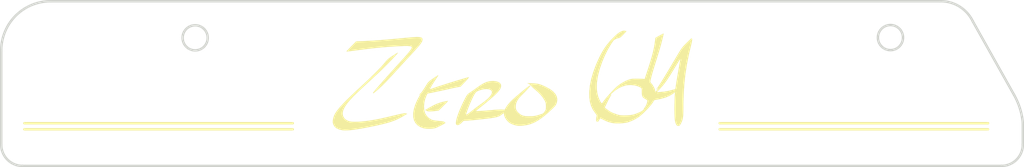
<source format=kicad_pcb>
(kicad_pcb (version 20171130) (host pcbnew 5.0.1)

  (general
    (thickness 1.6)
    (drawings 16)
    (tracks 0)
    (zones 0)
    (modules 1)
    (nets 1)
  )

  (page A3)
  (layers
    (0 F.Cu signal)
    (31 B.Cu signal)
    (32 B.Adhes user)
    (33 F.Adhes user)
    (34 B.Paste user)
    (35 F.Paste user)
    (36 B.SilkS user)
    (37 F.SilkS user)
    (38 B.Mask user)
    (39 F.Mask user)
    (40 Dwgs.User user)
    (41 Cmts.User user)
    (42 Eco1.User user)
    (43 Eco2.User user)
    (44 Edge.Cuts user)
    (45 Margin user)
    (46 B.CrtYd user)
    (47 F.CrtYd user)
    (48 B.Fab user)
    (49 F.Fab user)
  )

  (setup
    (last_trace_width 0.25)
    (trace_clearance 0.2)
    (zone_clearance 0.508)
    (zone_45_only no)
    (trace_min 0.2)
    (segment_width 0.2)
    (edge_width 0.2)
    (via_size 0.8)
    (via_drill 0.4)
    (via_min_size 0.4)
    (via_min_drill 0.3)
    (uvia_size 0.3)
    (uvia_drill 0.1)
    (uvias_allowed no)
    (uvia_min_size 0.2)
    (uvia_min_drill 0.1)
    (pcb_text_width 0.3)
    (pcb_text_size 1.5 1.5)
    (mod_edge_width 0.15)
    (mod_text_size 1 1)
    (mod_text_width 0.15)
    (pad_size 1.524 1.524)
    (pad_drill 0.762)
    (pad_to_mask_clearance 0.051)
    (solder_mask_min_width 0.25)
    (aux_axis_origin 0 0)
    (visible_elements FFFDF7FF)
    (pcbplotparams
      (layerselection 0x010fc_ffffffff)
      (usegerberextensions true)
      (usegerberattributes false)
      (usegerberadvancedattributes false)
      (creategerberjobfile false)
      (excludeedgelayer false)
      (linewidth 0.100000)
      (plotframeref false)
      (viasonmask false)
      (mode 1)
      (useauxorigin false)
      (hpglpennumber 1)
      (hpglpenspeed 20)
      (hpglpendiameter 15.000000)
      (psnegative false)
      (psa4output false)
      (plotreference true)
      (plotvalue true)
      (plotinvisibletext false)
      (padsonsilk false)
      (subtractmaskfromsilk false)
      (outputformat 1)
      (mirror false)
      (drillshape 0)
      (scaleselection 1)
      (outputdirectory "../Photos/Profiled Case/"))
  )

  (net 0 "")

  (net_class Default "This is the default net class."
    (clearance 0.2)
    (trace_width 0.25)
    (via_dia 0.8)
    (via_drill 0.4)
    (uvia_dia 0.3)
    (uvia_drill 0.1)
  )

  (module logos:zero64_small (layer F.Cu) (tedit 0) (tstamp 5C612406)
    (at 118 76)
    (fp_text reference G*** (at 0 0) (layer F.SilkS) hide
      (effects (font (size 1.524 1.524) (thickness 0.3)))
    )
    (fp_text value LOGO (at 0.75 0) (layer F.SilkS) hide
      (effects (font (size 1.524 1.524) (thickness 0.3)))
    )
    (fp_poly (pts (xy -7.647102 -3.563575) (xy -7.502363 -3.537106) (xy -7.410228 -3.487743) (xy -7.36653 -3.41408)
      (xy -7.367101 -3.31471) (xy -7.369465 -3.303156) (xy -7.389209 -3.236683) (xy -7.422748 -3.163263)
      (xy -7.474179 -3.077788) (xy -7.547596 -2.975148) (xy -7.647094 -2.850234) (xy -7.776768 -2.697938)
      (xy -7.940714 -2.513149) (xy -8.143027 -2.290759) (xy -8.387803 -2.025659) (xy -8.42908 -1.9812)
      (xy -8.631065 -1.76311) (xy -8.854595 -1.520645) (xy -9.083915 -1.270966) (xy -9.303274 -1.031234)
      (xy -9.496917 -0.818611) (xy -9.548252 -0.762) (xy -9.891657 -0.386474) (xy -10.196921 -0.060582)
      (xy -10.46767 0.219363) (xy -10.707531 0.457047) (xy -10.920131 0.656159) (xy -11.084152 0.799544)
      (xy -11.203061 0.898479) (xy -11.302227 0.978958) (xy -11.370759 1.032278) (xy -11.397418 1.049867)
      (xy -11.411806 1.022853) (xy -11.412761 1.007534) (xy -11.390583 0.971677) (xy -11.327104 0.890693)
      (xy -11.226655 0.769509) (xy -11.09357 0.613054) (xy -10.932178 0.426254) (xy -10.746814 0.214036)
      (xy -10.541808 -0.018671) (xy -10.321492 -0.26694) (xy -10.090199 -0.525845) (xy -9.852259 -0.790457)
      (xy -9.612006 -1.055849) (xy -9.37377 -1.317094) (xy -9.261626 -1.439333) (xy -9.001681 -1.723644)
      (xy -8.785791 -1.963587) (xy -8.610735 -2.163303) (xy -8.473295 -2.32693) (xy -8.370249 -2.458609)
      (xy -8.29838 -2.562479) (xy -8.254466 -2.64268) (xy -8.235287 -2.703352) (xy -8.237625 -2.748634)
      (xy -8.239362 -2.753659) (xy -8.273759 -2.787784) (xy -8.350123 -2.812408) (xy -8.473062 -2.827781)
      (xy -8.647183 -2.83415) (xy -8.877096 -2.831765) (xy -9.167408 -2.820874) (xy -9.331401 -2.8126)
      (xy -9.786359 -2.786108) (xy -10.217312 -2.756429) (xy -10.637992 -2.72221) (xy -11.062132 -2.6821)
      (xy -11.503466 -2.634743) (xy -11.975727 -2.578789) (xy -12.492648 -2.512885) (xy -12.830284 -2.467958)
      (xy -13.04834 -2.439103) (xy -13.242788 -2.414398) (xy -13.403986 -2.394983) (xy -13.52229 -2.382)
      (xy -13.588059 -2.376588) (xy -13.598265 -2.377109) (xy -13.579487 -2.40363) (xy -13.520455 -2.470113)
      (xy -13.428672 -2.568487) (xy -13.31164 -2.690681) (xy -13.207098 -2.797902) (xy -12.804769 -3.207533)
      (xy -12.202051 -3.230805) (xy -11.787728 -3.249989) (xy -11.332784 -3.277255) (xy -10.831233 -3.313042)
      (xy -10.277089 -3.35779) (xy -9.664368 -3.411937) (xy -9.397999 -3.436659) (xy -9.133256 -3.461367)
      (xy -8.865715 -3.486035) (xy -8.610561 -3.509284) (xy -8.382976 -3.529738) (xy -8.198145 -3.546016)
      (xy -8.111066 -3.55346) (xy -7.848614 -3.568557) (xy -7.647102 -3.563575)) (layer F.SilkS) (width 0.01))
    (fp_poly (pts (xy -5.29044 1.679937) (xy -5.296713 1.703654) (xy -5.333545 1.751332) (xy -5.405599 1.829255)
      (xy -5.517535 1.943708) (xy -5.633906 2.060753) (xy -6.035413 2.463516) (xy -6.37172 2.501758)
      (xy -6.577708 2.523157) (xy -6.730481 2.533032) (xy -6.843666 2.5308) (xy -6.930892 2.515876)
      (xy -7.005788 2.487675) (xy -7.033817 2.473375) (xy -7.141902 2.41505) (xy -6.734459 2.184357)
      (xy -6.449562 2.030682) (xy -6.194365 1.912095) (xy -5.946456 1.820414) (xy -5.683426 1.747456)
      (xy -5.382862 1.68504) (xy -5.350933 1.679252) (xy -5.310067 1.673898) (xy -5.29044 1.679937)) (layer F.SilkS) (width 0.01))
    (fp_poly (pts (xy 9.249272 -4.072525) (xy 9.355819 -4.044915) (xy 9.093992 -3.766591) (xy 8.966044 -3.635131)
      (xy 8.871239 -3.549615) (xy 8.800611 -3.502934) (xy 8.745193 -3.487979) (xy 8.742549 -3.487936)
      (xy 8.661099 -3.473525) (xy 8.550464 -3.437007) (xy 8.481551 -3.4078) (xy 8.399573 -3.3648)
      (xy 8.331435 -3.313683) (xy 8.264645 -3.241266) (xy 8.18671 -3.13437) (xy 8.104729 -3.010198)
      (xy 7.83165 -2.54753) (xy 7.580831 -2.043409) (xy 7.359713 -1.516227) (xy 7.175735 -0.984373)
      (xy 7.036336 -0.466239) (xy 6.994496 -0.265738) (xy 6.932797 0.178158) (xy 6.920111 0.595518)
      (xy 6.956006 0.980429) (xy 7.040052 1.326978) (xy 7.126034 1.540934) (xy 7.204515 1.702339)
      (xy 7.262082 1.80685) (xy 7.307312 1.858551) (xy 7.348783 1.861522) (xy 7.395074 1.819847)
      (xy 7.454762 1.737607) (xy 7.475477 1.707231) (xy 7.562954 1.590014) (xy 7.687765 1.43775)
      (xy 7.838789 1.262717) (xy 8.004904 1.077194) (xy 8.174986 0.893461) (xy 8.337915 0.723794)
      (xy 8.482568 0.580475) (xy 8.566048 0.503241) (xy 8.774867 0.33903) (xy 9.017498 0.181617)
      (xy 9.270202 0.044768) (xy 9.509239 -0.057751) (xy 9.567334 -0.077436) (xy 9.686357 -0.11112)
      (xy 9.800996 -0.132734) (xy 9.931073 -0.144379) (xy 10.096414 -0.148156) (xy 10.227734 -0.147441)
      (xy 10.400015 -0.14457) (xy 10.556072 -0.140419) (xy 10.67873 -0.135545) (xy 10.750772 -0.130508)
      (xy 10.850477 -0.118533) (xy 11.129551 -0.9652) (xy 11.30108 -1.503363) (xy 11.441585 -1.983192)
      (xy 11.551492 -2.406344) (xy 11.631226 -2.774473) (xy 11.681213 -3.089237) (xy 11.686157 -3.131818)
      (xy 11.703441 -3.277208) (xy 11.720127 -3.397058) (xy 11.733879 -3.47555) (xy 11.740104 -3.496847)
      (xy 11.773582 -3.520169) (xy 11.852901 -3.566398) (xy 11.96355 -3.627696) (xy 12.091016 -3.696223)
      (xy 12.220787 -3.764142) (xy 12.338351 -3.823614) (xy 12.401555 -3.854125) (xy 12.401009 -3.826735)
      (xy 12.385281 -3.74399) (xy 12.356622 -3.615986) (xy 12.317284 -3.452817) (xy 12.273183 -3.278718)
      (xy 12.223004 -3.086761) (xy 12.174505 -2.906318) (xy 12.124767 -2.727537) (xy 12.070873 -2.540568)
      (xy 12.009905 -2.335558) (xy 11.938945 -2.102655) (xy 11.855075 -1.832008) (xy 11.755378 -1.513765)
      (xy 11.673243 -1.253066) (xy 11.589631 -0.982506) (xy 11.512549 -0.722348) (xy 11.444471 -0.481802)
      (xy 11.38787 -0.270081) (xy 11.345221 -0.096393) (xy 11.318997 0.030048) (xy 11.311467 0.094022)
      (xy 11.335329 0.16501) (xy 11.378814 0.219783) (xy 11.477206 0.333743) (xy 11.573824 0.487267)
      (xy 11.653394 0.653545) (xy 11.692859 0.771124) (xy 11.737959 0.947352) (xy 11.86338 0.779356)
      (xy 11.944438 0.665958) (xy 11.980754 0.602935) (xy 11.972329 0.59042) (xy 11.919165 0.628544)
      (xy 11.862122 0.679157) (xy 11.80552 0.728374) (xy 11.788516 0.736443) (xy 11.806979 0.7112)
      (xy 11.86642 0.636784) (xy 11.936407 0.541098) (xy 12.019243 0.420429) (xy 12.11723 0.271063)
      (xy 12.232671 0.089286) (xy 12.367868 -0.128617) (xy 12.525123 -0.38636) (xy 12.70674 -0.687655)
      (xy 12.91502 -1.036219) (xy 13.152267 -1.435764) (xy 13.420781 -1.890004) (xy 13.444616 -1.9304)
      (xy 13.583234 -2.164527) (xy 13.695269 -2.350328) (xy 13.788169 -2.498041) (xy 13.869383 -2.617904)
      (xy 13.946358 -2.720154) (xy 14.026542 -2.815029) (xy 14.117383 -2.912767) (xy 14.22633 -3.023607)
      (xy 14.276141 -3.0734) (xy 14.407938 -3.20289) (xy 14.524293 -3.313508) (xy 14.616339 -3.397117)
      (xy 14.675213 -3.445576) (xy 14.691112 -3.4544) (xy 14.729739 -3.425968) (xy 14.739806 -3.339836)
      (xy 14.721276 -3.194751) (xy 14.678501 -3.006413) (xy 14.471789 -2.139871) (xy 14.30692 -1.307369)
      (xy 14.181669 -0.491507) (xy 14.093812 0.325113) (xy 14.041127 1.15989) (xy 14.021388 2.030223)
      (xy 14.021128 2.136419) (xy 14.019449 2.438126) (xy 14.013743 2.682589) (xy 14.002578 2.880246)
      (xy 13.984521 3.041538) (xy 13.958139 3.176903) (xy 13.922 3.29678) (xy 13.874671 3.411609)
      (xy 13.834979 3.492889) (xy 13.772404 3.60817) (xy 13.723309 3.675116) (xy 13.674443 3.707628)
      (xy 13.619521 3.718955) (xy 13.541601 3.715642) (xy 13.486027 3.675468) (xy 13.446661 3.618212)
      (xy 13.400357 3.529434) (xy 13.36397 3.426994) (xy 13.336436 3.302105) (xy 13.316689 3.145978)
      (xy 13.303663 2.949826) (xy 13.296296 2.704859) (xy 13.293521 2.40229) (xy 13.293437 2.353734)
      (xy 13.294343 2.10793) (xy 13.297313 1.864038) (xy 13.302009 1.637301) (xy 13.308093 1.442962)
      (xy 13.315227 1.296264) (xy 13.31766 1.262068) (xy 13.342653 0.949336) (xy 13.185166 1.069548)
      (xy 12.898614 1.249098) (xy 12.553378 1.395063) (xy 12.149391 1.507469) (xy 11.877139 1.559077)
      (xy 11.743733 1.582246) (xy 11.661094 1.604235) (xy 11.612876 1.633) (xy 11.582733 1.676497)
      (xy 11.567937 1.709578) (xy 11.510136 1.810669) (xy 11.410203 1.946166) (xy 11.277297 2.106238)
      (xy 11.120579 2.281056) (xy 10.949209 2.46079) (xy 10.772349 2.635609) (xy 10.599158 2.795683)
      (xy 10.438797 2.931182) (xy 10.404811 2.957746) (xy 10.201185 3.094413) (xy 9.957738 3.227331)
      (xy 9.701694 3.343107) (xy 9.460274 3.428351) (xy 9.431867 3.43636) (xy 9.315418 3.460097)
      (xy 9.153715 3.482473) (xy 8.969227 3.500794) (xy 8.805237 3.511454) (xy 8.476495 3.512771)
      (xy 8.185587 3.480297) (xy 7.909065 3.409097) (xy 7.623484 3.294234) (xy 7.508277 3.238396)
      (xy 7.210287 3.088326) (xy 7.120219 3.22903) (xy 7.066759 3.312567) (xy 7.030773 3.36884)
      (xy 7.022828 3.381292) (xy 6.989374 3.381692) (xy 6.945219 3.370544) (xy 6.898651 3.34135)
      (xy 6.878269 3.27996) (xy 6.874934 3.206361) (xy 6.883132 3.083476) (xy 6.903256 2.966773)
      (xy 6.907154 2.952143) (xy 6.920622 2.888133) (xy 6.913056 2.833202) (xy 6.876926 2.768336)
      (xy 6.804707 2.674518) (xy 6.79018 2.656631) (xy 6.600317 2.383717) (xy 6.520533 2.216302)
      (xy 7.577556 2.216302) (xy 7.708845 2.330155) (xy 7.963767 2.51394) (xy 8.26857 2.670221)
      (xy 8.60857 2.791976) (xy 8.754534 2.830238) (xy 8.919539 2.85471) (xy 9.128992 2.864881)
      (xy 9.361289 2.861452) (xy 9.594826 2.845121) (xy 9.808 2.816585) (xy 9.922934 2.792451)
      (xy 10.075986 2.746484) (xy 10.239198 2.685284) (xy 10.400049 2.615081) (xy 10.546021 2.542106)
      (xy 10.664594 2.472589) (xy 10.743249 2.412762) (xy 10.769601 2.37109) (xy 10.791 2.306935)
      (xy 10.844957 2.222081) (xy 10.874076 2.1863) (xy 10.947246 2.074154) (xy 11.012577 1.925065)
      (xy 11.058592 1.769725) (xy 11.073999 1.651653) (xy 11.043032 1.598209) (xy 10.955982 1.537122)
      (xy 10.915539 1.516187) (xy 10.787075 1.443875) (xy 10.700768 1.364138) (xy 10.648861 1.261985)
      (xy 10.623594 1.122428) (xy 10.617823 0.957515) (xy 11.8364 0.957515) (xy 12.192 0.937789)
      (xy 12.49838 0.905864) (xy 12.82708 0.845361) (xy 12.949522 0.816288) (xy 13.104428 0.776467)
      (xy 13.23322 0.74223) (xy 13.322922 0.717107) (xy 13.360558 0.704629) (xy 13.36085 0.704389)
      (xy 13.36908 0.668889) (xy 13.384416 0.579941) (xy 13.404627 0.451187) (xy 13.426255 0.3048)
      (xy 13.448672 0.157949) (xy 13.480822 -0.040256) (xy 13.520128 -0.274562) (xy 13.564013 -0.529718)
      (xy 13.6099 -0.790471) (xy 13.634399 -0.927105) (xy 13.675386 -1.156861) (xy 13.711302 -1.363643)
      (xy 13.74066 -1.538425) (xy 13.76197 -1.672181) (xy 13.773745 -1.755884) (xy 13.775195 -1.780894)
      (xy 13.755142 -1.756818) (xy 13.70576 -1.683054) (xy 13.632432 -1.568073) (xy 13.540545 -1.420347)
      (xy 13.435483 -1.248348) (xy 13.411919 -1.209389) (xy 13.204376 -0.867407) (xy 13.025156 -0.576658)
      (xy 12.868945 -0.329585) (xy 12.730428 -0.11863) (xy 12.604292 0.063765) (xy 12.485223 0.225157)
      (xy 12.367907 0.373104) (xy 12.247028 0.515165) (xy 12.117274 0.658895) (xy 12.040364 0.741224)
      (xy 11.8364 0.957515) (xy 10.617823 0.957515) (xy 10.617201 0.939744) (xy 10.616409 0.794006)
      (xy 10.611177 0.700401) (xy 10.597216 0.643328) (xy 10.570239 0.607188) (xy 10.525959 0.57638)
      (xy 10.515601 0.570063) (xy 10.29156 0.466413) (xy 10.028126 0.397407) (xy 9.74564 0.365756)
      (xy 9.464441 0.374171) (xy 9.279467 0.405303) (xy 8.9715 0.50659) (xy 8.661769 0.660815)
      (xy 8.369645 0.856565) (xy 8.114497 1.082427) (xy 8.094134 1.10371) (xy 8.02016 1.184974)
      (xy 7.993113 1.223016) (xy 8.010956 1.221417) (xy 8.035148 1.207447) (xy 8.128561 1.149538)
      (xy 8.026127 1.316015) (xy 7.96938 1.415694) (xy 7.895084 1.556621) (xy 7.813767 1.718409)
      (xy 7.750624 1.849397) (xy 7.577556 2.216302) (xy 6.520533 2.216302) (xy 6.459261 2.087735)
      (xy 6.364872 1.76101) (xy 6.315008 1.395868) (xy 6.307527 0.984635) (xy 6.309328 0.933027)
      (xy 6.357882 0.431424) (xy 6.464608 -0.103171) (xy 6.629191 -0.669586) (xy 6.851316 -1.266652)
      (xy 6.988154 -1.585936) (xy 7.176054 -1.985955) (xy 7.360891 -2.333954) (xy 7.552089 -2.644483)
      (xy 7.759068 -2.932096) (xy 7.991252 -3.211343) (xy 8.15878 -3.393816) (xy 8.403538 -3.63987)
      (xy 8.618436 -3.829499) (xy 8.807265 -3.965061) (xy 8.973813 -4.048915) (xy 9.12187 -4.083418)
      (xy 9.249272 -4.072525)) (layer F.SilkS) (width 0.01))
    (fp_poly (pts (xy -1.526877 0.041054) (xy -1.294149 0.073123) (xy -1.115254 0.137094) (xy -0.992413 0.230703)
      (xy -0.927844 0.351684) (xy -0.923768 0.497773) (xy -0.960344 0.619155) (xy -1.014864 0.722081)
      (xy -1.09915 0.839558) (xy -1.216636 0.974847) (xy -1.370757 1.131209) (xy -1.56495 1.311903)
      (xy -1.802649 1.520191) (xy -2.08729 1.759332) (xy -2.422309 2.032588) (xy -2.599266 2.174625)
      (xy -2.734741 2.284125) (xy -2.848987 2.37881) (xy -2.932596 2.450699) (xy -2.97616 2.49181)
      (xy -2.980266 2.497832) (xy -2.948104 2.504655) (xy -2.857823 2.505598) (xy -2.718732 2.501204)
      (xy -2.54014 2.492017) (xy -2.331358 2.478582) (xy -2.101693 2.461443) (xy -1.860455 2.441144)
      (xy -1.616953 2.418229) (xy -1.614368 2.417972) (xy -1.408749 2.399857) (xy -1.207846 2.38638)
      (xy -1.029673 2.378458) (xy -0.892241 2.377011) (xy -0.846576 2.378847) (xy -0.626352 2.394291)
      (xy -0.514934 2.203538) (xy -0.424139 2.062355) (xy -0.313435 1.918626) (xy -0.176268 1.765647)
      (xy -0.006082 1.596711) (xy 0.203677 1.405115) (xy 0.459564 1.184152) (xy 0.582929 1.08051)
      (xy 0.832333 0.873705) (xy 1.034871 0.708986) (xy 1.194365 0.583514) (xy 1.314639 0.494451)
      (xy 1.399517 0.438957) (xy 1.452822 0.414195) (xy 1.477493 0.416337) (xy 1.463994 0.448483)
      (xy 1.408403 0.520848) (xy 1.317149 0.626388) (xy 1.196659 0.758061) (xy 1.053362 0.908822)
      (xy 0.893684 1.071629) (xy 0.744795 1.2192) (xy 0.541275 1.442051) (xy 0.398443 1.655952)
      (xy 0.311564 1.869496) (xy 0.277346 2.06787) (xy 0.28034 2.266409) (xy 0.326704 2.427189)
      (xy 0.423913 2.56989) (xy 0.495313 2.641898) (xy 0.627692 2.754084) (xy 0.752958 2.833543)
      (xy 0.887359 2.885506) (xy 1.047142 2.915203) (xy 1.248553 2.927866) (xy 1.388534 2.929467)
      (xy 1.584382 2.927357) (xy 1.735758 2.919028) (xy 1.865847 2.901486) (xy 1.997833 2.871733)
      (xy 2.133601 2.833179) (xy 2.299351 2.783226) (xy 2.414172 2.745464) (xy 2.491887 2.712219)
      (xy 2.54632 2.675816) (xy 2.591297 2.628581) (xy 2.640642 2.562839) (xy 2.654105 2.544237)
      (xy 2.707462 2.46506) (xy 2.739142 2.395083) (xy 2.754726 2.312068) (xy 2.759796 2.193775)
      (xy 2.760134 2.121801) (xy 2.756536 1.969117) (xy 2.741846 1.856303) (xy 2.710215 1.755699)
      (xy 2.659925 1.647773) (xy 2.521604 1.422022) (xy 2.333045 1.185207) (xy 2.106748 0.951796)
      (xy 1.909771 0.779532) (xy 1.784552 0.673667) (xy 1.67105 0.56989) (xy 1.585535 0.483441)
      (xy 1.555294 0.447415) (xy 1.468944 0.35575) (xy 1.367151 0.279895) (xy 1.356179 0.273779)
      (xy 1.239158 0.211527) (xy 1.644046 0.22816) (xy 1.86491 0.241777) (xy 2.053193 0.266072)
      (xy 2.227741 0.306219) (xy 2.407399 0.367391) (xy 2.611012 0.454759) (xy 2.801491 0.545849)
      (xy 3.108928 0.719131) (xy 3.351169 0.904366) (xy 3.527857 1.100979) (xy 3.638635 1.308395)
      (xy 3.683146 1.526039) (xy 3.661032 1.753337) (xy 3.624707 1.870886) (xy 3.587899 1.956667)
      (xy 3.541349 2.035637) (xy 3.475489 2.119499) (xy 3.380752 2.219953) (xy 3.247573 2.348702)
      (xy 3.189593 2.403095) (xy 2.851248 2.709053) (xy 2.544632 2.964167) (xy 2.262618 3.173072)
      (xy 1.998077 3.340404) (xy 1.743882 3.470798) (xy 1.492904 3.568888) (xy 1.317923 3.620148)
      (xy 1.139876 3.657477) (xy 0.939375 3.686532) (xy 0.73845 3.705261) (xy 0.559133 3.71161)
      (xy 0.423456 3.703527) (xy 0.423334 3.703509) (xy 0.212338 3.657955) (xy 0.004421 3.588972)
      (xy -0.171346 3.506588) (xy -0.20331 3.487345) (xy -0.35588 3.364834) (xy -0.490543 3.209567)
      (xy -0.596127 3.038799) (xy -0.661463 2.869785) (xy -0.677333 2.75508) (xy -0.683025 2.699053)
      (xy -0.706848 2.68204) (xy -0.758922 2.705932) (xy -0.849367 2.772617) (xy -0.873526 2.791713)
      (xy -0.945859 2.846043) (xy -1.020197 2.893122) (xy -1.102909 2.934264) (xy -1.200362 2.970785)
      (xy -1.318923 3.003999) (xy -1.46496 3.035223) (xy -1.644839 3.06577) (xy -1.86493 3.096955)
      (xy -2.131598 3.130095) (xy -2.451211 3.166505) (xy -2.830137 3.207498) (xy -2.946399 3.219836)
      (xy -3.169084 3.2424) (xy -3.38079 3.262018) (xy -3.567856 3.277565) (xy -3.716617 3.287913)
      (xy -3.813412 3.291937) (xy -3.821046 3.29194) (xy -3.931309 3.295468) (xy -4.004639 3.316992)
      (xy -4.071086 3.36979) (xy -4.123301 3.425484) (xy -4.253742 3.548876) (xy -4.376964 3.62659)
      (xy -4.484572 3.655774) (xy -4.568171 3.633578) (xy -4.606089 3.58945) (xy -4.624553 3.496221)
      (xy -4.612095 3.350966) (xy -4.571152 3.160608) (xy -4.504162 2.932068) (xy -4.455813 2.79342)
      (xy -3.793066 2.79342) (xy -3.780787 2.809484) (xy -3.738323 2.794123) (xy -3.657238 2.743181)
      (xy -3.576978 2.686985) (xy -3.465772 2.604943) (xy -3.328518 2.500093) (xy -3.191531 2.392592)
      (xy -3.166533 2.372588) (xy -3.047326 2.279728) (xy -2.891481 2.162468) (xy -2.718058 2.034954)
      (xy -2.546116 1.911332) (xy -2.523619 1.895404) (xy -2.232236 1.678893) (xy -2.002721 1.48436)
      (xy -1.833511 1.310031) (xy -1.723039 1.154135) (xy -1.669743 1.014897) (xy -1.665932 0.923643)
      (xy -1.709243 0.825212) (xy -1.80644 0.753248) (xy -1.948447 0.709246) (xy -2.126189 0.694699)
      (xy -2.33059 0.711101) (xy -2.552574 0.759947) (xy -2.590799 0.771395) (xy -2.736884 0.819001)
      (xy -2.849336 0.865154) (xy -2.93836 0.920088) (xy -3.014158 0.994035) (xy -3.086931 1.097228)
      (xy -3.166881 1.2399) (xy -3.264212 1.432283) (xy -3.278524 1.461174) (xy -3.35014 1.613234)
      (xy -3.428794 1.792459) (xy -3.509874 1.986908) (xy -3.588767 2.184636) (xy -3.66086 2.373703)
      (xy -3.721541 2.542166) (xy -3.766197 2.678081) (xy -3.790217 2.769507) (xy -3.793066 2.79342)
      (xy -4.455813 2.79342) (xy -4.413564 2.67227) (xy -4.301796 2.388136) (xy -4.171295 2.086587)
      (xy -4.024501 1.774547) (xy -3.863851 1.458936) (xy -3.839745 1.41365) (xy -3.760868 1.271348)
      (xy -3.695801 1.172404) (xy -3.629056 1.09911) (xy -3.545141 1.033757) (xy -3.45761 0.97678)
      (xy -3.336805 0.89732) (xy -3.184088 0.791685) (xy -3.021156 0.675093) (xy -2.901632 0.586856)
      (xy -2.612251 0.382827) (xy -2.352707 0.229853) (xy -2.113216 0.124049) (xy -1.883998 0.061533)
      (xy -1.65527 0.038421) (xy -1.526877 0.041054)) (layer F.SilkS) (width 0.01))
    (fp_poly (pts (xy -6.073882 -0.424301) (xy -6.091136 -0.388208) (xy -6.135079 -0.31724) (xy -6.209125 -0.204511)
      (xy -6.316688 -0.043135) (xy -6.334172 -0.016933) (xy -6.476001 0.19981) (xy -6.591463 0.384862)
      (xy -6.677736 0.533205) (xy -6.731996 0.639827) (xy -6.751423 0.699713) (xy -6.743969 0.7112)
      (xy -6.694373 0.70006) (xy -6.604459 0.67136) (xy -6.52907 0.64437) (xy -6.387343 0.593576)
      (xy -6.202392 0.530499) (xy -5.982349 0.457651) (xy -5.735349 0.377542) (xy -5.469524 0.292684)
      (xy -5.193009 0.205589) (xy -4.913937 0.118768) (xy -4.640442 0.034732) (xy -4.380657 -0.044008)
      (xy -4.142716 -0.114941) (xy -3.934753 -0.175554) (xy -3.764901 -0.223337) (xy -3.641293 -0.255779)
      (xy -3.572064 -0.270367) (xy -3.564601 -0.270933) (xy -3.570201 -0.24798) (xy -3.616265 -0.184559)
      (xy -3.696104 -0.088827) (xy -3.803027 0.031061) (xy -3.882166 0.116257) (xy -4.247116 0.503447)
      (xy -4.468824 0.541365) (xy -4.583028 0.562944) (xy -4.744327 0.596154) (xy -4.933914 0.636995)
      (xy -5.13298 0.681468) (xy -5.198533 0.696488) (xy -5.411039 0.744519) (xy -5.665 0.800357)
      (xy -5.935436 0.8586) (xy -6.197368 0.913844) (xy -6.333066 0.941876) (xy -6.9596 1.070056)
      (xy -7.038588 1.233873) (xy -7.144448 1.504488) (xy -7.212807 1.790803) (xy -7.242706 2.077828)
      (xy -7.233182 2.350576) (xy -7.183275 2.59406) (xy -7.133808 2.719334) (xy -7.004028 2.920397)
      (xy -6.834313 3.08628) (xy -6.639657 3.203734) (xy -6.547598 3.237352) (xy -6.436554 3.262012)
      (xy -6.281507 3.286532) (xy -6.106111 3.307506) (xy -5.987878 3.317961) (xy -5.806561 3.333974)
      (xy -5.683011 3.351716) (xy -5.607263 3.373145) (xy -5.569365 3.400199) (xy -5.514556 3.445725)
      (xy -5.482849 3.4544) (xy -5.479944 3.467757) (xy -5.527315 3.503936) (xy -5.613864 3.557099)
      (xy -5.728495 3.62141) (xy -5.860111 3.69103) (xy -5.997617 3.760123) (xy -6.129915 3.822851)
      (xy -6.245909 3.873377) (xy -6.334502 3.905862) (xy -6.348648 3.909862) (xy -6.553641 3.945157)
      (xy -6.791338 3.958118) (xy -7.031553 3.948801) (xy -7.244101 3.917263) (xy -7.281333 3.908107)
      (xy -7.553999 3.806499) (xy -7.774763 3.662783) (xy -7.943004 3.479106) (xy -8.058097 3.257612)
      (xy -8.119421 3.000446) (xy -8.126352 2.709754) (xy -8.078269 2.387681) (xy -7.974548 2.036371)
      (xy -7.887884 1.818286) (xy -7.817079 1.662752) (xy -7.74083 1.508083) (xy -7.672321 1.380669)
      (xy -7.652854 1.347793) (xy -7.593404 1.241248) (xy -7.574331 1.177642) (xy -7.588052 1.150281)
      (xy -7.602167 1.120875) (xy -7.557553 1.086563) (xy -7.490811 1.028154) (xy -7.395766 0.909673)
      (xy -7.273201 0.732216) (xy -7.123898 0.496881) (xy -7.046569 0.369682) (xy -6.99004 0.277811)
      (xy -6.937304 0.201065) (xy -6.880111 0.132449) (xy -6.810213 0.06497) (xy -6.719362 -0.008367)
      (xy -6.599308 -0.094558) (xy -6.441803 -0.200596) (xy -6.238599 -0.333476) (xy -6.148109 -0.392187)
      (xy -6.105783 -0.419404) (xy -6.079902 -0.432404) (xy -6.073882 -0.424301)) (layer F.SilkS) (width 0.01))
    (fp_poly (pts (xy -9.381066 -2.275919) (xy -9.403977 -2.239449) (xy -9.468284 -2.162188) (xy -9.567349 -2.051102)
      (xy -9.694534 -1.913154) (xy -9.843202 -1.75531) (xy -10.006714 -1.584534) (xy -10.178432 -1.407789)
      (xy -10.351718 -1.232042) (xy -10.519935 -1.064256) (xy -10.676444 -0.911396) (xy -10.735733 -0.854611)
      (xy -10.891729 -0.707086) (xy -11.085736 -0.52497) (xy -11.305797 -0.319407) (xy -11.53996 -0.101537)
      (xy -11.776268 0.117497) (xy -12.00277 0.326553) (xy -12.022666 0.344866) (xy -12.229815 0.536309)
      (xy -12.431757 0.724459) (xy -12.620107 0.90139) (xy -12.786478 1.059176) (xy -12.922485 1.189892)
      (xy -13.019742 1.28561) (xy -13.042794 1.309087) (xy -13.323721 1.612984) (xy -13.547858 1.886169)
      (xy -13.716935 2.132032) (xy -13.832687 2.353961) (xy -13.896846 2.555344) (xy -13.911144 2.73957)
      (xy -13.877313 2.910027) (xy -13.87065 2.928286) (xy -13.768946 3.102245) (xy -13.613405 3.238505)
      (xy -13.409147 3.332716) (xy -13.386824 3.339487) (xy -13.206262 3.373025) (xy -12.968216 3.387264)
      (xy -12.679902 3.38295) (xy -12.348535 3.360828) (xy -11.981331 3.321644) (xy -11.585505 3.266143)
      (xy -11.168273 3.195071) (xy -10.73685 3.109173) (xy -10.380133 3.028809) (xy -10.022109 2.943902)
      (xy -9.723988 2.873473) (xy -9.479781 2.816314) (xy -9.2835 2.771219) (xy -9.129155 2.73698)
      (xy -9.010758 2.712391) (xy -8.922319 2.696244) (xy -8.857849 2.687333) (xy -8.81136 2.684451)
      (xy -8.776862 2.686391) (xy -8.748366 2.691945) (xy -8.731481 2.696562) (xy -8.623652 2.727487)
      (xy -8.94995 2.922206) (xy -9.173076 3.049524) (xy -9.393093 3.16167) (xy -9.619718 3.261967)
      (xy -9.862668 3.353739) (xy -10.13166 3.440309) (xy -10.43641 3.525) (xy -10.786635 3.611135)
      (xy -11.192051 3.702036) (xy -11.294533 3.724054) (xy -11.85672 3.839616) (xy -12.358046 3.9334)
      (xy -12.79798 4.005335) (xy -13.175993 4.055351) (xy -13.491556 4.083376) (xy -13.744138 4.08934)
      (xy -13.919199 4.075474) (xy -14.186447 4.015189) (xy -14.395691 3.924741) (xy -14.551096 3.800859)
      (xy -14.656825 3.640271) (xy -14.715181 3.450014) (xy -14.718167 3.326442) (xy -14.694349 3.166194)
      (xy -14.64891 2.992295) (xy -14.587032 2.827774) (xy -14.564541 2.780741) (xy -14.479593 2.633278)
      (xy -14.365871 2.469312) (xy -14.220346 2.285605) (xy -14.039988 2.078922) (xy -13.821767 1.846025)
      (xy -13.562653 1.583677) (xy -13.259617 1.288643) (xy -12.909629 0.957684) (xy -12.523864 0.6006)
      (xy -12.086111 0.194686) (xy -11.688075 -0.182863) (xy -11.332223 -0.529586) (xy -11.021022 -0.843021)
      (xy -10.756938 -1.120707) (xy -10.542437 -1.360183) (xy -10.45703 -1.461792) (xy -10.338358 -1.602983)
      (xy -10.236242 -1.712363) (xy -10.13348 -1.804863) (xy -10.012866 -1.895412) (xy -9.857196 -1.998942)
      (xy -9.785087 -2.044908) (xy -9.640879 -2.134587) (xy -9.519407 -2.20699) (xy -9.430772 -2.256344)
      (xy -9.385073 -2.276874) (xy -9.381066 -2.275919)) (layer F.SilkS) (width 0.01))
  )

  (gr_line (start 78 79.5) (end 100 79.5) (layer F.SilkS) (width 0.2))
  (gr_line (start 135 79.5) (end 157 79.5) (layer F.SilkS) (width 0.2) (tstamp 5C612466))
  (gr_line (start 135 80) (end 157 80) (layer F.SilkS) (width 0.2) (tstamp 5C612472))
  (gr_line (start 78 80) (end 100 80) (layer F.SilkS) (width 0.2) (tstamp 5C612470))
  (gr_arc (start 80.15 73.55) (end 80.15 69.5) (angle -90) (layer Edge.Cuts) (width 0.2))
  (gr_arc (start 77.85 81.25) (end 76.1 81.25) (angle -90) (layer Edge.Cuts) (width 0.2) (tstamp 5C5E2C8B))
  (gr_arc (start 158.1 81.25) (end 158.1 83) (angle -90) (layer Edge.Cuts) (width 0.2))
  (gr_arc (start 154.14825 80.000892) (end 159.85 79.45) (angle -23.9) (layer Edge.Cuts) (width 0.2))
  (gr_arc (start 153.125345 72.411133) (end 155.749988 71.149538) (angle -65.8) (layer Edge.Cuts) (width 0.2) (tstamp 5C5E2C17))
  (gr_line (start 159.85 79.49) (end 159.85 81.25) (layer Edge.Cuts) (width 0.2))
  (gr_line (start 76.1 81.25) (end 76.1 73.55) (layer Edge.Cuts) (width 0.2))
  (gr_line (start 158.1 83) (end 77.85 83) (layer Edge.Cuts) (width 0.2) (tstamp 5C5E54C3))
  (gr_line (start 159.14 77.19) (end 155.749988 71.149538) (layer Edge.Cuts) (width 0.2))
  (gr_line (start 80.15 69.5) (end 153.05 69.5) (layer Edge.Cuts) (width 0.2))
  (gr_circle (center 92 72.5) (end 92.9 73) (layer Edge.Cuts) (width 0.2))
  (gr_circle (center 149 72.479563) (end 149.9 72.979563) (layer Edge.Cuts) (width 0.2))

)

</source>
